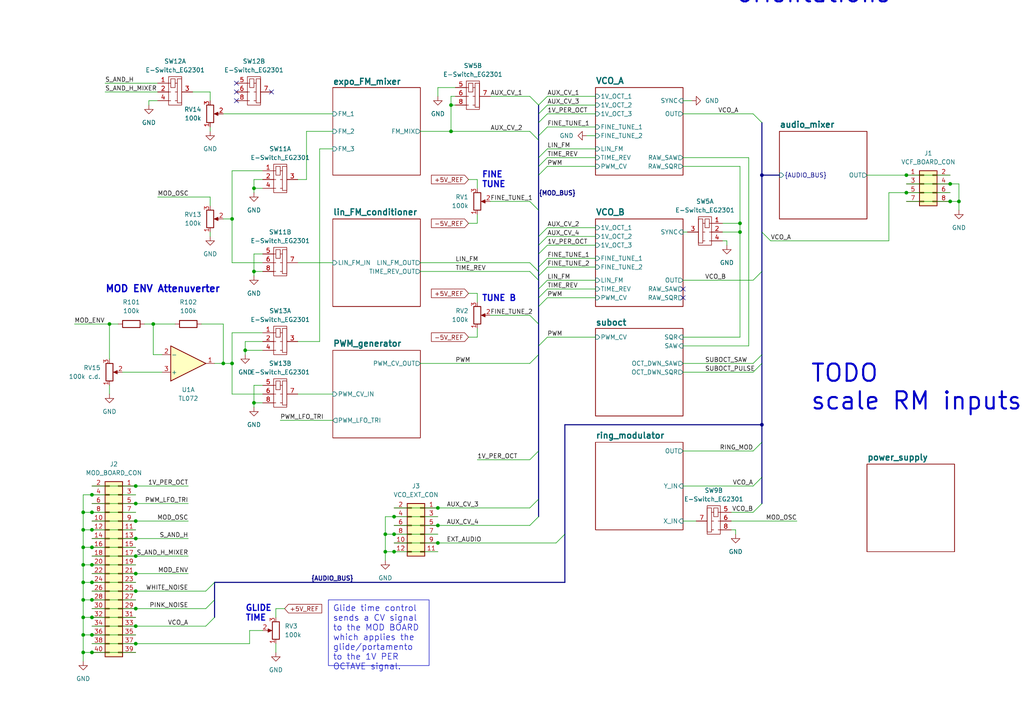
<source format=kicad_sch>
(kicad_sch (version 20230121) (generator eeschema)
  (paper "A4")
  (title_block (title "MICRO-OX Main VCO board") (date "2023-03-27") (rev "0") (comment 2 "creativecommons.org/licenses/by/4.0") (comment 3 "license: CC by 4.0") (comment 4 "Author: Jordan Aceto"))
  (lib_symbols
    (symbol "Amplifier_Operational:TL072" (pin_names (offset 0.127))
      (property "Reference" "U" (at 0 5.08 0))
      (property "Value" "TL072" (at 0 -5.08 0))
      (symbol "TL072_1_1"
        (polyline (pts (xy -5.08 5.08) (xy 5.08 0) (xy -5.08 -5.08) (xy -5.08 5.08)) (stroke (width 0.254)) (fill (type background)))
        (pin output line (at 7.62 0 180) (length 2.54) (name "~") (number "1"))
        (pin input line (at -7.62 -2.54 0) (length 2.54) (name "-") (number "2"))
        (pin input line (at -7.62 2.54 0) (length 2.54) (name "+") (number "3"))
      )
      (symbol "TL072_2_1"
        (polyline (pts (xy -5.08 5.08) (xy 5.08 0) (xy -5.08 -5.08) (xy -5.08 5.08)) (stroke (width 0.254)) (fill (type background)))
        (pin input line (at -7.62 2.54 0) (length 2.54) (name "+") (number "5"))
        (pin input line (at -7.62 -2.54 0) (length 2.54) (name "-") (number "6"))
        (pin output line (at 7.62 0 180) (length 2.54) (name "~") (number "7"))
      )
      (symbol "TL072_3_1"
        (pin power_in line (at -2.54 -7.62 90) (length 3.81) (name "V-") (number "4"))
        (pin power_in line (at -2.54 7.62 270) (length 3.81) (name "V+") (number "8"))
      )
    )
    (symbol "Connector_Generic:Conn_02x04_Odd_Even" (pin_names (offset 1.016) hide)
      (property "Reference" "J" (at 1.27 5.08 0))
      (property "Value" "Conn_02x04_Odd_Even" (at 1.27 -7.62 0))
      (symbol "Conn_02x04_Odd_Even_1_1"
        (rectangle (start -1.27 -4.953) (end 0 -5.207) (stroke (width 0.1524)))
        (rectangle (start -1.27 -2.413) (end 0 -2.667) (stroke (width 0.1524)))
        (rectangle (start -1.27 0.127) (end 0 -0.127) (stroke (width 0.1524)))
        (rectangle (start -1.27 2.667) (end 0 2.413) (stroke (width 0.1524)))
        (rectangle (start -1.27 3.81) (end 3.81 -6.35) (stroke (width 0.254)) (fill (type background)))
        (rectangle (start 3.81 -4.953) (end 2.54 -5.207) (stroke (width 0.1524)))
        (rectangle (start 3.81 -2.413) (end 2.54 -2.667) (stroke (width 0.1524)))
        (rectangle (start 3.81 0.127) (end 2.54 -0.127) (stroke (width 0.1524)))
        (rectangle (start 3.81 2.667) (end 2.54 2.413) (stroke (width 0.1524)))
        (pin passive line (at -5.08 2.54 0) (length 3.81) (name "Pin_1") (number "1"))
        (pin passive line (at 7.62 2.54 180) (length 3.81) (name "Pin_2") (number "2"))
        (pin passive line (at -5.08 0 0) (length 3.81) (name "Pin_3") (number "3"))
        (pin passive line (at 7.62 0 180) (length 3.81) (name "Pin_4") (number "4"))
        (pin passive line (at -5.08 -2.54 0) (length 3.81) (name "Pin_5") (number "5"))
        (pin passive line (at 7.62 -2.54 180) (length 3.81) (name "Pin_6") (number "6"))
        (pin passive line (at -5.08 -5.08 0) (length 3.81) (name "Pin_7") (number "7"))
        (pin passive line (at 7.62 -5.08 180) (length 3.81) (name "Pin_8") (number "8"))
      )
    )
    (symbol "Connector_Generic:Conn_02x06_Odd_Even" (pin_names (offset 1.016) hide)
      (property "Reference" "J" (at 1.27 7.62 0))
      (property "Value" "Conn_02x06_Odd_Even" (at 1.27 -10.16 0))
      (symbol "Conn_02x06_Odd_Even_1_1"
        (rectangle (start -1.27 -7.493) (end 0 -7.747) (stroke (width 0.1524)))
        (rectangle (start -1.27 -4.953) (end 0 -5.207) (stroke (width 0.1524)))
        (rectangle (start -1.27 -2.413) (end 0 -2.667) (stroke (width 0.1524)))
        (rectangle (start -1.27 0.127) (end 0 -0.127) (stroke (width 0.1524)))
        (rectangle (start -1.27 2.667) (end 0 2.413) (stroke (width 0.1524)))
        (rectangle (start -1.27 5.207) (end 0 4.953) (stroke (width 0.1524)))
        (rectangle (start -1.27 6.35) (end 3.81 -8.89) (stroke (width 0.254)) (fill (type background)))
        (rectangle (start 3.81 -7.493) (end 2.54 -7.747) (stroke (width 0.1524)))
        (rectangle (start 3.81 -4.953) (end 2.54 -5.207) (stroke (width 0.1524)))
        (rectangle (start 3.81 -2.413) (end 2.54 -2.667) (stroke (width 0.1524)))
        (rectangle (start 3.81 0.127) (end 2.54 -0.127) (stroke (width 0.1524)))
        (rectangle (start 3.81 2.667) (end 2.54 2.413) (stroke (width 0.1524)))
        (rectangle (start 3.81 5.207) (end 2.54 4.953) (stroke (width 0.1524)))
        (pin passive line (at -5.08 5.08 0) (length 3.81) (name "Pin_1") (number "1"))
        (pin passive line (at 7.62 -5.08 180) (length 3.81) (name "Pin_10") (number "10"))
        (pin passive line (at -5.08 -7.62 0) (length 3.81) (name "Pin_11") (number "11"))
        (pin passive line (at 7.62 -7.62 180) (length 3.81) (name "Pin_12") (number "12"))
        (pin passive line (at 7.62 5.08 180) (length 3.81) (name "Pin_2") (number "2"))
        (pin passive line (at -5.08 2.54 0) (length 3.81) (name "Pin_3") (number "3"))
        (pin passive line (at 7.62 2.54 180) (length 3.81) (name "Pin_4") (number "4"))
        (pin passive line (at -5.08 0 0) (length 3.81) (name "Pin_5") (number "5"))
        (pin passive line (at 7.62 0 180) (length 3.81) (name "Pin_6") (number "6"))
        (pin passive line (at -5.08 -2.54 0) (length 3.81) (name "Pin_7") (number "7"))
        (pin passive line (at 7.62 -2.54 180) (length 3.81) (name "Pin_8") (number "8"))
        (pin passive line (at -5.08 -5.08 0) (length 3.81) (name "Pin_9") (number "9"))
      )
    )
    (symbol "Connector_Generic:Conn_02x20_Odd_Even" (pin_names (offset 1.016) hide)
      (property "Reference" "J" (at 1.27 25.4 0))
      (property "Value" "Conn_02x20_Odd_Even" (at 1.27 -27.94 0))
      (symbol "Conn_02x20_Odd_Even_1_1"
        (rectangle (start -1.27 -25.273) (end 0 -25.527) (stroke (width 0.1524)))
        (rectangle (start -1.27 -22.733) (end 0 -22.987) (stroke (width 0.1524)))
        (rectangle (start -1.27 -20.193) (end 0 -20.447) (stroke (width 0.1524)))
        (rectangle (start -1.27 -17.653) (end 0 -17.907) (stroke (width 0.1524)))
        (rectangle (start -1.27 -15.113) (end 0 -15.367) (stroke (width 0.1524)))
        (rectangle (start -1.27 -12.573) (end 0 -12.827) (stroke (width 0.1524)))
        (rectangle (start -1.27 -10.033) (end 0 -10.287) (stroke (width 0.1524)))
        (rectangle (start -1.27 -7.493) (end 0 -7.747) (stroke (width 0.1524)))
        (rectangle (start -1.27 -4.953) (end 0 -5.207) (stroke (width 0.1524)))
        (rectangle (start -1.27 -2.413) (end 0 -2.667) (stroke (width 0.1524)))
        (rectangle (start -1.27 0.127) (end 0 -0.127) (stroke (width 0.1524)))
        (rectangle (start -1.27 2.667) (end 0 2.413) (stroke (width 0.1524)))
        (rectangle (start -1.27 5.207) (end 0 4.953) (stroke (width 0.1524)))
        (rectangle (start -1.27 7.747) (end 0 7.493) (stroke (width 0.1524)))
        (rectangle (start -1.27 10.287) (end 0 10.033) (stroke (width 0.1524)))
        (rectangle (start -1.27 12.827) (end 0 12.573) (stroke (width 0.1524)))
        (rectangle (start -1.27 15.367) (end 0 15.113) (stroke (width 0.1524)))
        (rectangle (start -1.27 17.907) (end 0 17.653) (stroke (width 0.1524)))
        (rectangle (start -1.27 20.447) (end 0 20.193) (stroke (width 0.1524)))
        (rectangle (start -1.27 22.987) (end 0 22.733) (stroke (width 0.1524)))
        (rectangle (start -1.27 24.13) (end 3.81 -26.67) (stroke (width 0.254)) (fill (type background)))
        (rectangle (start 3.81 -25.273) (end 2.54 -25.527) (stroke (width 0.1524)))
        (rectangle (start 3.81 -22.733) (end 2.54 -22.987) (stroke (width 0.1524)))
        (rectangle (start 3.81 -20.193) (end 2.54 -20.447) (stroke (width 0.1524)))
        (rectangle (start 3.81 -17.653) (end 2.54 -17.907) (stroke (width 0.1524)))
        (rectangle (start 3.81 -15.113) (end 2.54 -15.367) (stroke (width 0.1524)))
        (rectangle (start 3.81 -12.573) (end 2.54 -12.827) (stroke (width 0.1524)))
        (rectangle (start 3.81 -10.033) (end 2.54 -10.287) (stroke (width 0.1524)))
        (rectangle (start 3.81 -7.493) (end 2.54 -7.747) (stroke (width 0.1524)))
        (rectangle (start 3.81 -4.953) (end 2.54 -5.207) (stroke (width 0.1524)))
        (rectangle (start 3.81 -2.413) (end 2.54 -2.667) (stroke (width 0.1524)))
        (rectangle (start 3.81 0.127) (end 2.54 -0.127) (stroke (width 0.1524)))
        (rectangle (start 3.81 2.667) (end 2.54 2.413) (stroke (width 0.1524)))
        (rectangle (start 3.81 5.207) (end 2.54 4.953) (stroke (width 0.1524)))
        (rectangle (start 3.81 7.747) (end 2.54 7.493) (stroke (width 0.1524)))
        (rectangle (start 3.81 10.287) (end 2.54 10.033) (stroke (width 0.1524)))
        (rectangle (start 3.81 12.827) (end 2.54 12.573) (stroke (width 0.1524)))
        (rectangle (start 3.81 15.367) (end 2.54 15.113) (stroke (width 0.1524)))
        (rectangle (start 3.81 17.907) (end 2.54 17.653) (stroke (width 0.1524)))
        (rectangle (start 3.81 20.447) (end 2.54 20.193) (stroke (width 0.1524)))
        (rectangle (start 3.81 22.987) (end 2.54 22.733) (stroke (width 0.1524)))
        (pin passive line (at -5.08 22.86 0) (length 3.81) (name "Pin_1") (number "1"))
        (pin passive line (at 7.62 12.7 180) (length 3.81) (name "Pin_10") (number "10"))
        (pin passive line (at -5.08 10.16 0) (length 3.81) (name "Pin_11") (number "11"))
        (pin passive line (at 7.62 10.16 180) (length 3.81) (name "Pin_12") (number "12"))
        (pin passive line (at -5.08 7.62 0) (length 3.81) (name "Pin_13") (number "13"))
        (pin passive line (at 7.62 7.62 180) (length 3.81) (name "Pin_14") (number "14"))
        (pin passive line (at -5.08 5.08 0) (length 3.81) (name "Pin_15") (number "15"))
        (pin passive line (at 7.62 5.08 180) (length 3.81) (name "Pin_16") (number "16"))
        (pin passive line (at -5.08 2.54 0) (length 3.81) (name "Pin_17") (number "17"))
        (pin passive line (at 7.62 2.54 180) (length 3.81) (name "Pin_18") (number "18"))
        (pin passive line (at -5.08 0 0) (length 3.81) (name "Pin_19") (number "19"))
        (pin passive line (at 7.62 22.86 180) (length 3.81) (name "Pin_2") (number "2"))
        (pin passive line (at 7.62 0 180) (length 3.81) (name "Pin_20") (number "20"))
        (pin passive line (at -5.08 -2.54 0) (length 3.81) (name "Pin_21") (number "21"))
        (pin passive line (at 7.62 -2.54 180) (length 3.81) (name "Pin_22") (number "22"))
        (pin passive line (at -5.08 -5.08 0) (length 3.81) (name "Pin_23") (number "23"))
        (pin passive line (at 7.62 -5.08 180) (length 3.81) (name "Pin_24") (number "24"))
        (pin passive line (at -5.08 -7.62 0) (length 3.81) (name "Pin_25") (number "25"))
        (pin passive line (at 7.62 -7.62 180) (length 3.81) (name "Pin_26") (number "26"))
        (pin passive line (at -5.08 -10.16 0) (length 3.81) (name "Pin_27") (number "27"))
        (pin passive line (at 7.62 -10.16 180) (length 3.81) (name "Pin_28") (number "28"))
        (pin passive line (at -5.08 -12.7 0) (length 3.81) (name "Pin_29") (number "29"))
        (pin passive line (at -5.08 20.32 0) (length 3.81) (name "Pin_3") (number "3"))
        (pin passive line (at 7.62 -12.7 180) (length 3.81) (name "Pin_30") (number "30"))
        (pin passive line (at -5.08 -15.24 0) (length 3.81) (name "Pin_31") (number "31"))
        (pin passive line (at 7.62 -15.24 180) (length 3.81) (name "Pin_32") (number "32"))
        (pin passive line (at -5.08 -17.78 0) (length 3.81) (name "Pin_33") (number "33"))
        (pin passive line (at 7.62 -17.78 180) (length 3.81) (name "Pin_34") (number "34"))
        (pin passive line (at -5.08 -20.32 0) (length 3.81) (name "Pin_35") (number "35"))
        (pin passive line (at 7.62 -20.32 180) (length 3.81) (name "Pin_36") (number "36"))
        (pin passive line (at -5.08 -22.86 0) (length 3.81) (name "Pin_37") (number "37"))
        (pin passive line (at 7.62 -22.86 180) (length 3.81) (name "Pin_38") (number "38"))
        (pin passive line (at -5.08 -25.4 0) (length 3.81) (name "Pin_39") (number "39"))
        (pin passive line (at 7.62 20.32 180) (length 3.81) (name "Pin_4") (number "4"))
        (pin passive line (at 7.62 -25.4 180) (length 3.81) (name "Pin_40") (number "40"))
        (pin passive line (at -5.08 17.78 0) (length 3.81) (name "Pin_5") (number "5"))
        (pin passive line (at 7.62 17.78 180) (length 3.81) (name "Pin_6") (number "6"))
        (pin passive line (at -5.08 15.24 0) (length 3.81) (name "Pin_7") (number "7"))
        (pin passive line (at 7.62 15.24 180) (length 3.81) (name "Pin_8") (number "8"))
        (pin passive line (at -5.08 12.7 0) (length 3.81) (name "Pin_9") (number "9"))
      )
    )
    (symbol "Device:R" (pin_numbers hide) (pin_names (offset 0))
      (property "Reference" "R" (at 2.032 0 90))
      (property "Value" "R" (at 0 0 90))
      (symbol "R_0_1"
        (rectangle (start -1.016 -2.54) (end 1.016 2.54) (stroke (width 0.254)))
      )
      (symbol "R_1_1"
        (pin passive line (at 0 3.81 270) (length 1.27) (name "~") (number "1"))
        (pin passive line (at 0 -3.81 90) (length 1.27) (name "~") (number "2"))
      )
    )
    (symbol "Device:R_Potentiometer" (pin_names (offset 1.016) hide)
      (property "Reference" "RV" (at -4.445 0 90))
      (property "Value" "R_Potentiometer" (at -2.54 0 90))
      (symbol "R_Potentiometer_0_1"
        (polyline (pts (xy 2.54 0) (xy 1.524 0)))
        (polyline (pts (xy 1.143 0) (xy 2.286 0.508) (xy 2.286 -0.508) (xy 1.143 0)) (fill (type outline)))
        (rectangle (start 1.016 2.54) (end -1.016 -2.54) (stroke (width 0.254)))
      )
      (symbol "R_Potentiometer_1_1"
        (pin passive line (at 0 3.81 270) (length 1.27) (name "1") (number "1"))
        (pin passive line (at 3.81 0 180) (length 1.27) (name "2") (number "2"))
        (pin passive line (at 0 -3.81 90) (length 1.27) (name "3") (number "3"))
      )
    )
    (symbol "custom_symbols:E-Switch_EG2301" (pin_names (offset 1.016) hide)
      (property "Reference" "SW?" (at 0 7.62 0))
      (property "Value" "E-Switch_EG2301" (at 0 5.715 0))
      (symbol "E-Switch_EG2301_0_1"
        (rectangle (start -1.905 3.81) (end -0.635 -3.175))
        (rectangle (start -1.905 4.445) (end 1.905 -3.81))
        (polyline (pts (xy -0.635 -2.54) (xy 0 -2.54)))
        (polyline (pts (xy -0.635 0) (xy 0 0)))
        (polyline (pts (xy -0.635 2.54) (xy 0 2.54)))
        (polyline (pts (xy 1.27 -2.54) (xy 1.905 -2.54)))
        (polyline (pts (xy 1.27 0) (xy 1.905 0)))
        (polyline (pts (xy 1.27 2.54) (xy 1.905 2.54) (xy 1.27 2.54)))
        (rectangle (start 0 3.81) (end 1.27 1.27))
      )
      (symbol "E-Switch_EG2301_1_1"
        (pin passive line (at 5.08 2.54 180) (length 3.175) (name "1") (number "1"))
        (pin passive line (at 5.08 0 180) (length 3.175) (name "2") (number "2"))
        (pin passive line (at -5.08 0 0) (length 3.175) (name "3") (number "3"))
        (pin passive line (at 5.08 -2.54 180) (length 3.175) (name "4") (number "4"))
      )
      (symbol "E-Switch_EG2301_2_1"
        (pin passive line (at 5.08 2.54 180) (length 3.175) (name "5") (number "5"))
        (pin passive line (at 5.08 0 180) (length 3.175) (name "6") (number "6"))
        (pin passive line (at -5.08 0 0) (length 3.175) (name "7") (number "7"))
        (pin passive line (at 5.08 -2.54 180) (length 3.175) (name "8") (number "8"))
      )
    )
    (symbol "power:GND" (power) (pin_names (offset 0))
      (property "Value" "GND" (at 0 -3.81 0))
      (symbol "GND_0_1"
        (polyline (pts (xy 0 0) (xy 0 -1.27) (xy 1.27 -1.27) (xy 0 -2.54) (xy -1.27 -1.27) (xy 0 -1.27)))
      )
      (symbol "GND_1_1"
        (pin power_in line (at 0 0 270) (length 0) hide (name "GND") (number "1"))
      )
    )
  )
  (bus_alias "AUDIO_BUS" (members "VCO_A" "VCO_B" "SUBOCT_SAW" "RING_MOD" "WHITE_NOISE" "EXT_AUDIO" "SUBOCT_PULSE" "PINK_NOISE" ""))
  (bus_alias "MOD_BUS" (members "1V_PER_OCT" "LIN_FM" "TIME_REV" "PWM" "AUX_CV_1" "AUX_CV_2" "AUX_CV_3" "AUX_CV_4" "FINE_TUNE_1" "FINE_TUNE_2"))
  (junction (at 262.89 55.88))
  (junction (at 39.37 156.21))
  (junction (at 275.59 58.42))
  (junction (at 111.76 154.94))
  (junction (at 39.37 151.13))
  (junction (at 24.13 153.67))
  (junction (at 26.67 163.83))
  (junction (at 127 152.4))
  (junction (at 39.37 140.97))
  (junction (at 220.98 50.8))
  (junction (at 26.67 173.99))
  (junction (at 111.76 160.02))
  (junction (at 39.37 181.61))
  (junction (at 262.89 50.8))
  (junction (at 214.63 64.77))
  (junction (at 73.66 116.84))
  (junction (at 114.3 154.94))
  (junction (at 24.13 173.99))
  (junction (at 114.3 149.86))
  (junction (at 39.37 166.37))
  (junction (at 39.37 176.53))
  (junction (at 26.67 184.15))
  (junction (at 26.67 189.23))
  (junction (at 275.59 53.34))
  (junction (at 64.77 105.41))
  (junction (at 26.67 148.59))
  (junction (at 24.13 168.91))
  (junction (at 67.31 63.5))
  (junction (at 26.67 179.07))
  (junction (at 24.13 158.75))
  (junction (at 127 157.48))
  (junction (at 127 147.32))
  (junction (at 39.37 186.69))
  (junction (at 220.98 123.19))
  (junction (at 130.81 30.48))
  (junction (at 44.45 93.98))
  (junction (at 24.13 184.15))
  (junction (at 24.13 163.83))
  (junction (at 39.37 161.29))
  (junction (at 26.67 143.51))
  (junction (at 24.13 148.59))
  (junction (at 67.31 105.41))
  (junction (at 278.13 58.42))
  (junction (at 39.37 171.45))
  (junction (at 26.67 153.67))
  (junction (at 130.81 38.1))
  (junction (at 26.67 168.91))
  (junction (at 24.13 179.07))
  (junction (at 31.75 93.98))
  (junction (at 71.12 101.6))
  (junction (at 73.66 54.61))
  (junction (at 214.63 67.31))
  (junction (at 26.67 158.75))
  (junction (at 73.66 78.74))
  (junction (at 39.37 146.05))
  (junction (at 114.3 160.02))
  (junction (at 24.13 189.23))
  (no_connect (at 198.12 86.36))
  (no_connect (at 198.12 83.82))
  (no_connect (at 68.58 24.13))
  (no_connect (at 68.58 26.67))
  (no_connect (at 78.74 26.67))
  (no_connect (at 68.58 29.21))
  (bus_entry (at 156.21 78.74) (size -2.54 -2.54))
  (bus_entry (at 156.21 80.01) (size 2.54 -2.54))
  (bus_entry (at 163.83 154.94) (size -2.54 2.54))
  (bus_entry (at 220.98 35.56) (size -2.54 -2.54))
  (bus_entry (at 156.21 102.87) (size -2.54 2.54))
  (bus_entry (at 62.23 168.91) (size -2.54 2.54))
  (bus_entry (at 156.21 30.48) (size 2.54 -2.54))
  (bus_entry (at 156.21 48.26) (size 2.54 -2.54))
  (bus_entry (at 156.21 86.36) (size 2.54 -2.54))
  (bus_entry (at 156.21 35.56) (size 2.54 -2.54))
  (bus_entry (at 156.21 45.72) (size 2.54 -2.54))
  (bus_entry (at 156.21 83.82) (size 2.54 -2.54))
  (bus_entry (at 156.21 100.33) (size 2.54 -2.54))
  (bus_entry (at 156.21 130.81) (size -2.54 2.54))
  (bus_entry (at 156.21 40.64) (size -2.54 -2.54))
  (bus_entry (at 156.21 88.9) (size 2.54 -2.54))
  (bus_entry (at 156.21 60.96) (size -2.54 -2.54))
  (bus_entry (at 156.21 68.58) (size 2.54 -2.54))
  (bus_entry (at 156.21 33.02) (size 2.54 -2.54))
  (bus_entry (at 220.98 128.27) (size -2.54 2.54))
  (bus_entry (at 220.98 146.05) (size -2.54 2.54))
  (bus_entry (at 62.23 173.99) (size -2.54 2.54))
  (bus_entry (at 156.21 30.48) (size -2.54 -2.54))
  (bus_entry (at 156.21 71.12) (size 2.54 -2.54))
  (bus_entry (at 156.21 93.98) (size -2.54 -2.54))
  (bus_entry (at 156.21 149.86) (size -2.54 2.54))
  (bus_entry (at 220.98 102.87) (size -2.54 2.54))
  (bus_entry (at 156.21 73.66) (size 2.54 -2.54))
  (bus_entry (at 220.98 78.74) (size -2.54 2.54))
  (bus_entry (at 62.23 179.07) (size -2.54 2.54))
  (bus_entry (at 220.98 105.41) (size -2.54 2.54))
  (bus_entry (at 156.21 50.8) (size 2.54 -2.54))
  (bus_entry (at 156.21 81.28) (size -2.54 -2.54))
  (bus_entry (at 223.52 69.85) (size -2.54 -2.54))
  (bus_entry (at 220.98 138.43) (size -2.54 2.54))
  (bus_entry (at 156.21 144.78) (size -2.54 2.54))
  (bus_entry (at 156.21 39.37) (size 2.54 -2.54))
  (bus_entry (at 156.21 77.47) (size 2.54 -2.54))
  (wire (pts (xy 257.81 55.88) (xy 262.89 55.88)))
  (wire (pts (xy 39.37 140.97) (xy 54.61 140.97)))
  (wire (pts (xy 39.37 148.59) (xy 26.67 148.59)))
  (wire (pts (xy 198.12 97.79) (xy 214.63 97.79)))
  (wire (pts (xy 45.72 57.15) (xy 60.96 57.15)))
  (wire (pts (xy 214.63 64.77) (xy 214.63 48.26)))
  (wire (pts (xy 135.89 52.07) (xy 138.43 52.07)))
  (wire (pts (xy 278.13 58.42) (xy 278.13 60.96)))
  (wire (pts (xy 158.75 27.94) (xy 172.72 27.94)))
  (bus (pts (xy 156.21 86.36) (xy 156.21 88.9)))
  (wire (pts (xy 72.39 182.88) (xy 76.2 182.88)))
  (wire (pts (xy 39.37 186.69) (xy 26.67 186.69)))
  (wire (pts (xy 60.96 36.83) (xy 60.96 38.1)))
  (wire (pts (xy 130.81 30.48) (xy 130.81 38.1)))
  (wire (pts (xy 67.31 49.53) (xy 67.31 63.5)))
  (wire (pts (xy 64.77 33.02) (xy 96.52 33.02)))
  (wire (pts (xy 127 25.4) (xy 132.08 25.4)))
  (wire (pts (xy 73.66 78.74) (xy 76.2 78.74)))
  (wire (pts (xy 26.67 143.51) (xy 24.13 143.51)))
  (bus (pts (xy 220.98 128.27) (xy 220.98 138.43)))
  (bus (pts (xy 156.21 48.26) (xy 156.21 50.8)))
  (bus (pts (xy 156.21 80.01) (xy 156.21 81.28)))
  (wire (pts (xy 111.76 154.94) (xy 111.76 160.02)))
  (wire (pts (xy 71.12 101.6) (xy 71.12 102.87)))
  (wire (pts (xy 44.45 93.98) (xy 50.8 93.98)))
  (bus (pts (xy 220.98 35.56) (xy 220.98 50.8)))
  (wire (pts (xy 158.75 83.82) (xy 172.72 83.82)))
  (bus (pts (xy 156.21 73.66) (xy 156.21 77.47)))
  (wire (pts (xy 73.66 54.61) (xy 76.2 54.61)))
  (wire (pts (xy 24.13 173.99) (xy 24.13 179.07)))
  (wire (pts (xy 39.37 173.99) (xy 26.67 173.99)))
  (wire (pts (xy 111.76 160.02) (xy 111.76 162.56)))
  (wire (pts (xy 73.66 54.61) (xy 73.66 52.07)))
  (wire (pts (xy 251.46 50.8) (xy 262.89 50.8)))
  (wire (pts (xy 278.13 58.42) (xy 278.13 53.34)))
  (wire (pts (xy 60.96 29.21) (xy 60.96 26.67)))
  (bus (pts (xy 220.98 123.19) (xy 220.98 128.27)))
  (wire (pts (xy 130.81 38.1) (xy 153.67 38.1)))
  (wire (pts (xy 60.96 26.67) (xy 55.88 26.67)))
  (wire (pts (xy 71.12 101.6) (xy 71.12 99.06)))
  (wire (pts (xy 127 157.48) (xy 114.3 157.48)))
  (wire (pts (xy 142.24 58.42) (xy 153.67 58.42)))
  (wire (pts (xy 158.75 86.36) (xy 172.72 86.36)))
  (bus (pts (xy 156.21 144.78) (xy 156.21 149.86)))
  (wire (pts (xy 39.37 176.53) (xy 59.69 176.53)))
  (wire (pts (xy 24.13 148.59) (xy 26.67 148.59)))
  (wire (pts (xy 39.37 151.13) (xy 26.67 151.13)))
  (wire (pts (xy 114.3 154.94) (xy 111.76 154.94)))
  (wire (pts (xy 214.63 67.31) (xy 214.63 64.77)))
  (wire (pts (xy 43.18 29.21) (xy 43.18 30.48)))
  (wire (pts (xy 67.31 96.52) (xy 67.31 105.41)))
  (wire (pts (xy 54.61 151.13) (xy 39.37 151.13)))
  (wire (pts (xy 39.37 140.97) (xy 26.67 140.97)))
  (bus (pts (xy 156.21 130.81) (xy 156.21 144.78)))
  (bus (pts (xy 156.21 39.37) (xy 156.21 40.64)))
  (wire (pts (xy 213.36 153.67) (xy 212.09 153.67)))
  (wire (pts (xy 67.31 105.41) (xy 67.31 114.3)))
  (wire (pts (xy 214.63 97.79) (xy 214.63 67.31)))
  (bus (pts (xy 156.21 100.33) (xy 156.21 102.87)))
  (wire (pts (xy 24.13 173.99) (xy 26.67 173.99)))
  (wire (pts (xy 24.13 163.83) (xy 24.13 168.91)))
  (wire (pts (xy 80.01 189.23) (xy 80.01 186.69)))
  (wire (pts (xy 138.43 64.77) (xy 138.43 62.23)))
  (bus (pts (xy 156.21 93.98) (xy 156.21 100.33)))
  (bus (pts (xy 220.98 50.8) (xy 220.98 67.31)))
  (bus (pts (xy 156.21 83.82) (xy 156.21 86.36)))
  (bus (pts (xy 156.21 71.12) (xy 156.21 73.66)))
  (wire (pts (xy 73.66 73.66) (xy 73.66 78.74)))
  (bus (pts (xy 163.83 123.19) (xy 163.83 154.94)))
  (wire (pts (xy 158.75 36.83) (xy 172.72 36.83)))
  (wire (pts (xy 158.75 81.28) (xy 172.72 81.28)))
  (wire (pts (xy 24.13 153.67) (xy 24.13 158.75)))
  (bus (pts (xy 156.21 50.8) (xy 156.21 60.96)))
  (wire (pts (xy 127 147.32) (xy 114.3 147.32)))
  (wire (pts (xy 201.93 151.13) (xy 198.12 151.13)))
  (wire (pts (xy 198.12 107.95) (xy 218.44 107.95)))
  (wire (pts (xy 158.75 68.58) (xy 172.72 68.58)))
  (wire (pts (xy 81.28 121.92) (xy 96.52 121.92)))
  (wire (pts (xy 86.36 76.2) (xy 96.52 76.2)))
  (wire (pts (xy 135.89 97.79) (xy 138.43 97.79)))
  (wire (pts (xy 138.43 97.79) (xy 138.43 95.25)))
  (wire (pts (xy 170.18 39.37) (xy 172.72 39.37)))
  (wire (pts (xy 71.12 99.06) (xy 76.2 99.06)))
  (wire (pts (xy 43.18 29.21) (xy 45.72 29.21)))
  (wire (pts (xy 158.75 48.26) (xy 172.72 48.26)))
  (bus (pts (xy 156.21 30.48) (xy 156.21 33.02)))
  (wire (pts (xy 39.37 163.83) (xy 26.67 163.83)))
  (bus (pts (xy 156.21 45.72) (xy 156.21 48.26)))
  (wire (pts (xy 39.37 181.61) (xy 59.69 181.61)))
  (wire (pts (xy 127 27.94) (xy 127 25.4)))
  (wire (pts (xy 31.75 111.76) (xy 31.75 114.3)))
  (wire (pts (xy 39.37 166.37) (xy 26.67 166.37)))
  (wire (pts (xy 158.75 97.79) (xy 172.72 97.79)))
  (wire (pts (xy 213.36 154.94) (xy 213.36 153.67)))
  (wire (pts (xy 67.31 63.5) (xy 67.31 76.2)))
  (bus (pts (xy 156.21 77.47) (xy 156.21 78.74)))
  (wire (pts (xy 257.81 55.88) (xy 257.81 69.85)))
  (wire (pts (xy 39.37 156.21) (xy 26.67 156.21)))
  (wire (pts (xy 138.43 52.07) (xy 138.43 54.61)))
  (wire (pts (xy 86.36 114.3) (xy 96.52 114.3)))
  (wire (pts (xy 127 160.02) (xy 114.3 160.02)))
  (wire (pts (xy 39.37 184.15) (xy 26.67 184.15)))
  (wire (pts (xy 35.56 107.95) (xy 46.99 107.95)))
  (wire (pts (xy 121.92 38.1) (xy 130.81 38.1)))
  (wire (pts (xy 217.17 45.72) (xy 198.12 45.72)))
  (wire (pts (xy 223.52 69.85) (xy 257.81 69.85)))
  (wire (pts (xy 158.75 33.02) (xy 172.72 33.02)))
  (wire (pts (xy 132.08 30.48) (xy 130.81 30.48)))
  (wire (pts (xy 262.89 50.8) (xy 275.59 50.8)))
  (wire (pts (xy 24.13 189.23) (xy 26.67 189.23)))
  (wire (pts (xy 71.12 101.6) (xy 76.2 101.6)))
  (wire (pts (xy 210.82 69.85) (xy 209.55 69.85)))
  (bus (pts (xy 220.98 50.8) (xy 226.06 50.8)))
  (wire (pts (xy 88.9 38.1) (xy 88.9 52.07)))
  (wire (pts (xy 73.66 111.76) (xy 76.2 111.76)))
  (wire (pts (xy 39.37 153.67) (xy 26.67 153.67)))
  (wire (pts (xy 24.13 179.07) (xy 24.13 184.15)))
  (bus (pts (xy 220.98 67.31) (xy 220.98 78.74)))
  (wire (pts (xy 127 154.94) (xy 114.3 154.94)))
  (wire (pts (xy 44.45 102.87) (xy 44.45 93.98)))
  (wire (pts (xy 31.75 93.98) (xy 34.29 93.98)))
  (wire (pts (xy 198.12 100.33) (xy 217.17 100.33)))
  (wire (pts (xy 24.13 168.91) (xy 26.67 168.91)))
  (wire (pts (xy 198.12 130.81) (xy 218.44 130.81)))
  (wire (pts (xy 73.66 116.84) (xy 73.66 118.11)))
  (wire (pts (xy 46.99 102.87) (xy 44.45 102.87)))
  (wire (pts (xy 39.37 186.69) (xy 72.39 186.69)))
  (wire (pts (xy 64.77 105.41) (xy 64.77 93.98)))
  (wire (pts (xy 278.13 53.34) (xy 275.59 53.34)))
  (wire (pts (xy 76.2 96.52) (xy 67.31 96.52)))
  (wire (pts (xy 127 149.86) (xy 114.3 149.86)))
  (wire (pts (xy 54.61 166.37) (xy 39.37 166.37)))
  (wire (pts (xy 209.55 64.77) (xy 214.63 64.77)))
  (wire (pts (xy 39.37 171.45) (xy 26.67 171.45)))
  (wire (pts (xy 24.13 143.51) (xy 24.13 148.59)))
  (wire (pts (xy 39.37 168.91) (xy 26.67 168.91)))
  (bus (pts (xy 156.21 40.64) (xy 156.21 45.72)))
  (bus (pts (xy 156.21 88.9) (xy 156.21 93.98)))
  (wire (pts (xy 135.89 85.09) (xy 138.43 85.09)))
  (wire (pts (xy 262.89 58.42) (xy 275.59 58.42)))
  (wire (pts (xy 127 152.4) (xy 114.3 152.4)))
  (wire (pts (xy 39.37 171.45) (xy 59.69 171.45)))
  (bus (pts (xy 156.21 33.02) (xy 156.21 35.56)))
  (wire (pts (xy 24.13 148.59) (xy 24.13 153.67)))
  (wire (pts (xy 39.37 146.05) (xy 26.67 146.05)))
  (wire (pts (xy 54.61 156.21) (xy 39.37 156.21)))
  (wire (pts (xy 200.66 29.21) (xy 198.12 29.21)))
  (wire (pts (xy 127 152.4) (xy 153.67 152.4)))
  (wire (pts (xy 39.37 143.51) (xy 26.67 143.51)))
  (wire (pts (xy 88.9 52.07) (xy 86.36 52.07)))
  (wire (pts (xy 121.92 78.74) (xy 153.67 78.74)))
  (wire (pts (xy 24.13 153.67) (xy 26.67 153.67)))
  (bus (pts (xy 156.21 60.96) (xy 156.21 68.58)))
  (wire (pts (xy 142.24 27.94) (xy 153.67 27.94)))
  (bus (pts (xy 163.83 154.94) (xy 163.83 168.91)))
  (wire (pts (xy 30.48 24.13) (xy 45.72 24.13)))
  (wire (pts (xy 24.13 158.75) (xy 24.13 163.83)))
  (bus (pts (xy 156.21 68.58) (xy 156.21 71.12)))
  (wire (pts (xy 39.37 189.23) (xy 26.67 189.23)))
  (wire (pts (xy 76.2 114.3) (xy 67.31 114.3)))
  (wire (pts (xy 127 147.32) (xy 153.67 147.32)))
  (wire (pts (xy 88.9 38.1) (xy 96.52 38.1)))
  (bus (pts (xy 156.21 35.56) (xy 156.21 39.37)))
  (wire (pts (xy 73.66 111.76) (xy 73.66 116.84)))
  (wire (pts (xy 60.96 67.31) (xy 60.96 68.58)))
  (wire (pts (xy 138.43 133.35) (xy 153.67 133.35)))
  (wire (pts (xy 24.13 179.07) (xy 26.67 179.07)))
  (wire (pts (xy 73.66 78.74) (xy 73.66 80.01)))
  (wire (pts (xy 111.76 160.02) (xy 114.3 160.02)))
  (bus (pts (xy 163.83 168.91) (xy 62.23 168.91)))
  (wire (pts (xy 60.96 57.15) (xy 60.96 59.69)))
  (wire (pts (xy 130.81 27.94) (xy 132.08 27.94)))
  (bus (pts (xy 220.98 138.43) (xy 220.98 146.05)))
  (wire (pts (xy 217.17 100.33) (xy 217.17 45.72)))
  (wire (pts (xy 76.2 76.2) (xy 67.31 76.2)))
  (wire (pts (xy 210.82 71.12) (xy 210.82 69.85)))
  (wire (pts (xy 39.37 176.53) (xy 26.67 176.53)))
  (wire (pts (xy 111.76 149.86) (xy 111.76 154.94)))
  (wire (pts (xy 39.37 161.29) (xy 26.67 161.29)))
  (wire (pts (xy 24.13 184.15) (xy 26.67 184.15)))
  (wire (pts (xy 24.13 163.83) (xy 26.67 163.83)))
  (wire (pts (xy 72.39 186.69) (xy 72.39 182.88)))
  (bus (pts (xy 156.21 81.28) (xy 156.21 83.82)))
  (wire (pts (xy 262.89 53.34) (xy 275.59 53.34)))
  (wire (pts (xy 73.66 52.07) (xy 76.2 52.07)))
  (wire (pts (xy 73.66 116.84) (xy 76.2 116.84)))
  (wire (pts (xy 76.2 73.66) (xy 73.66 73.66)))
  (wire (pts (xy 76.2 49.53) (xy 67.31 49.53)))
  (wire (pts (xy 39.37 179.07) (xy 26.67 179.07)))
  (wire (pts (xy 121.92 105.41) (xy 153.67 105.41)))
  (wire (pts (xy 135.89 64.77) (xy 138.43 64.77)))
  (wire (pts (xy 64.77 105.41) (xy 67.31 105.41)))
  (wire (pts (xy 39.37 181.61) (xy 26.67 181.61)))
  (bus (pts (xy 220.98 105.41) (xy 220.98 123.19)))
  (wire (pts (xy 231.14 151.13) (xy 212.09 151.13)))
  (wire (pts (xy 92.71 43.18) (xy 92.71 99.06)))
  (bus (pts (xy 220.98 78.74) (xy 220.98 102.87)))
  (wire (pts (xy 64.77 93.98) (xy 58.42 93.98)))
  (wire (pts (xy 158.75 43.18) (xy 172.72 43.18)))
  (bus (pts (xy 156.21 102.87) (xy 156.21 130.81)))
  (wire (pts (xy 24.13 189.23) (xy 24.13 191.77)))
  (wire (pts (xy 158.75 30.48) (xy 172.72 30.48)))
  (wire (pts (xy 41.91 93.98) (xy 44.45 93.98)))
  (wire (pts (xy 92.71 99.06) (xy 86.36 99.06)))
  (bus (pts (xy 62.23 168.91) (xy 62.23 173.99)))
  (wire (pts (xy 158.75 45.72) (xy 172.72 45.72)))
  (wire (pts (xy 54.61 161.29) (xy 39.37 161.29)))
  (wire (pts (xy 212.09 148.59) (xy 218.44 148.59)))
  (wire (pts (xy 73.66 54.61) (xy 73.66 55.88)))
  (wire (pts (xy 198.12 67.31) (xy 199.39 67.31)))
  (wire (pts (xy 158.75 74.93) (xy 172.72 74.93)))
  (wire (pts (xy 198.12 33.02) (xy 218.44 33.02)))
  (wire (pts (xy 158.75 71.12) (xy 172.72 71.12)))
  (wire (pts (xy 209.55 67.31) (xy 214.63 67.31)))
  (wire (pts (xy 24.13 158.75) (xy 26.67 158.75)))
  (wire (pts (xy 262.89 55.88) (xy 275.59 55.88)))
  (wire (pts (xy 158.75 66.04) (xy 172.72 66.04)))
  (wire (pts (xy 82.55 176.53) (xy 80.01 176.53)))
  (wire (pts (xy 198.12 81.28) (xy 218.44 81.28)))
  (wire (pts (xy 158.75 77.47) (xy 172.72 77.47)))
  (wire (pts (xy 64.77 63.5) (xy 67.31 63.5)))
  (wire (pts (xy 275.59 58.42) (xy 278.13 58.42)))
  (wire (pts (xy 214.63 48.26) (xy 198.12 48.26)))
  (wire (pts (xy 127 157.48) (xy 161.29 157.48)))
  (bus (pts (xy 62.23 173.99) (xy 62.23 179.07)))
  (wire (pts (xy 121.92 76.2) (xy 153.67 76.2)))
  (wire (pts (xy 30.48 26.67) (xy 45.72 26.67)))
  (wire (pts (xy 21.59 93.98) (xy 31.75 93.98)))
  (wire (pts (xy 114.3 149.86) (xy 111.76 149.86)))
  (wire (pts (xy 24.13 184.15) (xy 24.13 189.23)))
  (wire (pts (xy 80.01 176.53) (xy 80.01 179.07)))
  (wire (pts (xy 24.13 168.91) (xy 24.13 173.99)))
  (wire (pts (xy 62.23 105.41) (xy 64.77 105.41)))
  (bus (pts (xy 220.98 123.19) (xy 163.83 123.19)))
  (bus (pts (xy 156.21 78.74) (xy 156.21 80.01)))
  (wire (pts (xy 138.43 85.09) (xy 138.43 87.63)))
  (wire (pts (xy 31.75 104.14) (xy 31.75 93.98)))
  (wire (pts (xy 39.37 158.75) (xy 26.67 158.75)))
  (bus (pts (xy 220.98 102.87) (xy 220.98 105.41)))
  (wire (pts (xy 198.12 105.41) (xy 218.44 105.41)))
  (wire (pts (xy 39.37 146.05) (xy 54.61 146.05)))
  (wire (pts (xy 142.24 91.44) (xy 153.67 91.44)))
  (wire (pts (xy 198.12 140.97) (xy 218.44 140.97)))
  (wire (pts (xy 130.81 30.48) (xy 130.81 27.94)))
  (wire (pts (xy 92.71 43.18) (xy 96.52 43.18)))
  (text_box "Glide time control sends a CV signal to the MOD BOARD which applies the glide/portamento to the 1V PER OCTAVE signal." (at 95.25 173.99 0) (size 29.21 19.05) (effects (font (size 1.75 1.75)) (justify left top)))
  (text "MOD ENV Attenuverter" (at 30.48 85.09 0) (effects (font (size 2 2) (thickness 0.4) bold) (justify left bottom)))
  (text "FINE\nTUNE" (at 139.7 54.61 0) (effects (font (size 1.75 1.75) (thickness 0.35) bold) (justify left bottom)))
  (text "TUNE B" (at 139.7 87.63 0) (effects (font (size 1.75 1.75) (thickness 0.35) bold) (justify left bottom)))
  (text "GLIDE\nTIME" (at 71.12 180.34 0) (effects (font (size 1.75 1.75) (thickness 0.35) bold) (justify left bottom)))
  (text "TODO\ncheck all switch \norientations" (at 213.36 1.27 0) (effects (font (size 5 5) (thickness 0.6) bold) (justify left bottom)))
  (text "TODO \nscale RM inputs" (at 234.95 119.38 0) (effects (font (size 5 5) (thickness 0.6) bold) (justify left bottom)))
  (label "{MOD_BUS}" (at 156.21 57.15 0) (effects (font bold)))
  (label "S_AND_H_MIXER" (at 30.48 26.67 0))
  (label "1V_PER_OCT" (at 158.75 33.02 0))
  (label "AUX_CV_2" (at 142.24 38.1 0))
  (label "LIN_FM" (at 158.75 43.18 0))
  (label "TIME_REV" (at 158.75 45.72 0))
  (label "VCO_B" (at 204.47 81.28 0))
  (label "S_AND_H_MIXER" (at 54.61 161.29 180))
  (label "AUX_CV_1" (at 158.75 27.94 0))
  (label "VCO_B" (at 218.44 148.59 180))
  (label "AUX_CV_4" (at 129.54 152.4 0))
  (label "FINE_TUNE_1" (at 142.24 58.42 0))
  (label "1V_PER_OCT" (at 54.61 140.97 180))
  (label "TIME_REV" (at 158.75 83.82 0))
  (label "AUX_CV_3" (at 158.75 30.48 0))
  (label "AUX_CV_2" (at 158.75 66.04 0))
  (label "PWM" (at 132.08 105.41 0))
  (label "MOD_ENV" (at 21.59 93.98 0))
  (label "PINK_NOISE" (at 54.61 176.53 180))
  (label "LIN_FM" (at 158.75 81.28 0))
  (label "VCO_A" (at 208.28 33.02 0))
  (label "MOD_OSC" (at 231.14 151.13 180))
  (label "MOD_OSC" (at 45.72 57.15 0))
  (label "1V_PER_OCT" (at 138.43 133.35 0))
  (label "EXT_AUDIO" (at 129.54 157.48 0))
  (label "WHITE_NOISE" (at 54.61 171.45 180))
  (label "FINE_TUNE_1" (at 158.75 74.93 0))
  (label "AUX_CV_4" (at 158.75 68.58 0))
  (label "FINE_TUNE_1" (at 158.75 36.83 0))
  (label "FINE_TUNE_2" (at 158.75 77.47 0))
  (label "PWM" (at 158.75 86.36 0))
  (label "PWM" (at 158.75 97.79 0))
  (label "SUBOCT_PULSE" (at 204.47 107.95 0))
  (label "PWM_LFO_TRI" (at 54.61 146.05 180))
  (label "PWM" (at 158.75 48.26 0))
  (label "MOD_ENV" (at 54.61 166.37 180))
  (label "1V_PER_OCT" (at 158.75 71.12 0))
  (label "AUX_CV_3" (at 129.54 147.32 0))
  (label "S_AND_H" (at 30.48 24.13 0))
  (label "{AUDIO_BUS}" (at 90.17 168.91 0) (effects (font bold)))
  (label "S_AND_H" (at 54.61 156.21 180))
  (label "AUX_CV_1" (at 142.24 27.94 0))
  (label "TIME_REV" (at 132.08 78.74 0))
  (label "FINE_TUNE_2" (at 142.24 91.44 0))
  (label "RING_MOD" (at 218.44 130.81 180))
  (label "VCO_A" (at 54.61 181.61 180))
  (label "MOD_OSC" (at 54.61 151.13 180))
  (label "PWM_LFO_TRI" (at 81.28 121.92 0))
  (label "VCO_A" (at 223.52 69.85 0))
  (label "LIN_FM" (at 132.08 76.2 0))
  (label "VCO_A" (at 218.44 140.97 180))
  (label "SUBOCT_SAW" (at 204.47 105.41 0))
  (global_label "-5V_REF" (shape input) (at 135.89 97.79 180) (property "Intersheetrefs" "${INTERSHEET_REFS}" (effects hide)))
  (global_label "+5V_REF" (shape input) (at 82.55 176.53 0) (property "Intersheetrefs" "${INTERSHEET_REFS}" (effects hide)))
  (global_label "-5V_REF" (shape input) (at 135.89 64.77 180) (property "Intersheetrefs" "${INTERSHEET_REFS}" (effects hide)))
  (global_label "+5V_REF" (shape input) (at 135.89 52.07 180) (property "Intersheetrefs" "${INTERSHEET_REFS}" (effects hide)))
  (global_label "+5V_REF" (shape input) (at 135.89 85.09 180) (property "Intersheetrefs" "${INTERSHEET_REFS}" (effects hide)))
  (symbol (lib_id "custom_symbols:E-Switch_EG2301") (at 137.16 27.94 0) (mirror y) (unit 2)
    (property "Reference" "SW5" (at 137.16 19.05 0))
    (property "Value" "E-Switch_EG2301" (at 137.16 21.59 0))
    (property "Footprint" "custom_footprints:E-Switch_EG2301" (effects hide))
    (property "Datasheet" "https://www.e-switch.com/wp-content/uploads/2022/06/EG.pdf" (effects hide))
  )
  (symbol (lib_id "power:GND") (at 24.13 191.77 0) (mirror y) (unit 1)
    (property "Reference" "#PWR0101" (effects hide))
    (property "Value" "GND" (at 24.13 196.85 0))
  )
  (symbol (lib_id "custom_symbols:E-Switch_EG2301") (at 50.8 26.67 0) (mirror y) (unit 1)
    (property "Reference" "SW12" (at 50.8 17.78 0))
    (property "Value" "E-Switch_EG2301" (at 50.8 20.32 0))
    (property "Footprint" "custom_footprints:E-Switch_EG2301" (effects hide))
    (property "Datasheet" "https://www.e-switch.com/wp-content/uploads/2022/06/EG.pdf" (effects hide))
  )
  (symbol (lib_id "power:GND") (at 60.96 38.1 0) (unit 1)
    (property "Reference" "#PWR0104" (effects hide))
    (property "Value" "GND" (at 60.96 43.18 0))
  )
  (symbol (lib_id "power:GND") (at 170.18 39.37 270) (unit 1)
    (property "Reference" "#PWR0113" (effects hide))
    (property "Value" "GND" (at 166.37 39.37 90) (effects (justify right)))
  )
  (symbol (lib_id "Device:R_Potentiometer") (at 60.96 33.02 0) (mirror x) (unit 1)
    (property "Reference" "RV14" (at 58.42 31.75 0) (effects (justify right)))
    (property "Value" "100k" (at 58.42 34.29 0) (effects (justify right)))
    (property "Footprint" "Potentiometer_THT:Potentiometer_Alpha_RD901F-40-00D_Single_Vertical" (effects hide))
  )
  (symbol (lib_id "power:GND") (at 213.36 154.94 0) (mirror y) (unit 1)
    (property "Reference" "#PWR0116" (effects hide))
    (property "Value" "GND" (at 213.36 160.02 0))
  )
  (symbol (lib_id "Amplifier_Operational:TL072") (at 54.61 105.41 0) (mirror x) (unit 1)
    (property "Reference" "U1" (at 54.61 113.03 0))
    (property "Value" "TL072" (at 54.61 115.57 0))
    (property "Footprint" "Package_SO:SOIC-8_3.9x4.9mm_P1.27mm" (effects hide))
    (property "Datasheet" "http://www.ti.com/lit/ds/symlink/tl071.pdf" (effects hide))
  )
  (symbol (lib_id "custom_symbols:E-Switch_EG2301") (at 81.28 52.07 0) (mirror y) (unit 1)
    (property "Reference" "SW11" (at 81.28 43.18 0))
    (property "Value" "E-Switch_EG2301" (at 81.28 45.72 0))
    (property "Footprint" "custom_footprints:E-Switch_EG2301" (effects hide))
    (property "Datasheet" "https://www.e-switch.com/wp-content/uploads/2022/06/EG.pdf" (effects hide))
  )
  (symbol (lib_id "power:GND") (at 73.66 118.11 0) (unit 1)
    (property "Reference" "#PWR0109" (effects hide))
    (property "Value" "GND" (at 73.66 123.19 0))
  )
  (symbol (lib_id "Device:R_Potentiometer") (at 138.43 91.44 0) (mirror x) (unit 1)
    (property "Reference" "RV2" (at 135.89 90.17 0) (effects (justify right)))
    (property "Value" "100k" (at 135.89 92.71 0) (effects (justify right)))
    (property "Footprint" "Potentiometer_THT:Potentiometer_Alpha_RD901F-40-00D_Single_Vertical" (effects hide))
  )
  (symbol (lib_id "power:GND") (at 210.82 71.12 0) (mirror y) (unit 1)
    (property "Reference" "#PWR0115" (effects hide))
    (property "Value" "GND" (at 210.82 76.2 0))
  )
  (symbol (lib_id "power:GND") (at 60.96 68.58 0) (unit 1)
    (property "Reference" "#PWR0105" (effects hide))
    (property "Value" "GND" (at 60.96 73.66 0))
  )
  (symbol (lib_id "Device:R_Potentiometer") (at 31.75 107.95 0) (mirror x) (unit 1)
    (property "Reference" "RV15" (at 29.21 106.68 0) (effects (justify right)))
    (property "Value" "100k c.d." (at 29.21 109.22 0) (effects (justify right)))
    (property "Footprint" "Potentiometer_THT:Potentiometer_Alpha_RD901F-40-00D_Single_Vertical" (effects hide))
  )
  (symbol (lib_id "custom_symbols:E-Switch_EG2301") (at 81.28 76.2 0) (mirror y) (unit 2)
    (property "Reference" "SW11" (at 81.28 67.31 0))
    (property "Value" "E-Switch_EG2301" (at 81.28 69.85 0))
    (property "Footprint" "custom_footprints:E-Switch_EG2301" (effects hide))
    (property "Datasheet" "https://www.e-switch.com/wp-content/uploads/2022/06/EG.pdf" (effects hide))
  )
  (symbol (lib_id "power:GND") (at 31.75 114.3 0) (unit 1)
    (property "Reference" "#PWR0102" (effects hide))
    (property "Value" "GND" (at 31.75 119.38 0))
  )
  (symbol (lib_id "power:GND") (at 278.13 60.96 0) (unit 1)
    (property "Reference" "#PWR0117" (effects hide))
    (property "Value" "GND" (at 278.13 66.04 0))
  )
  (symbol (lib_id "Device:R_Potentiometer") (at 80.01 182.88 180) (unit 1)
    (property "Reference" "RV3" (at 82.55 181.61 0) (effects (justify right)))
    (property "Value" "100k" (at 82.55 184.15 0) (effects (justify right)))
    (property "Footprint" "Potentiometer_THT:Potentiometer_Alpha_RD901F-40-00D_Single_Vertical" (effects hide))
  )
  (symbol (lib_id "power:GND") (at 111.76 162.56 0) (mirror y) (unit 1)
    (property "Reference" "#PWR0111" (effects hide))
    (property "Value" "GND" (at 111.76 167.64 0))
  )
  (symbol (lib_id "Device:R") (at 54.61 93.98 90) (unit 1)
    (property "Reference" "R102" (at 54.61 87.63 90))
    (property "Value" "100k" (at 54.61 90.17 90))
    (property "Footprint" "Resistor_SMD:R_0603_1608Metric" (effects hide))
  )
  (symbol (lib_id "Device:R_Potentiometer") (at 60.96 63.5 0) (mirror x) (unit 1)
    (property "Reference" "RV13" (at 58.42 62.23 0) (effects (justify right)))
    (property "Value" "100k" (at 58.42 64.77 0) (effects (justify right)))
    (property "Footprint" "Potentiometer_THT:Potentiometer_Alpha_RD901F-40-00D_Single_Vertical" (effects hide))
  )
  (symbol (lib_id "custom_symbols:E-Switch_EG2301") (at 81.28 99.06 0) (mirror y) (unit 1)
    (property "Reference" "SW13" (at 81.28 90.17 0))
    (property "Value" "E-Switch_EG2301" (at 81.28 92.71 0))
    (property "Footprint" "custom_footprints:E-Switch_EG2301" (effects hide))
    (property "Datasheet" "https://www.e-switch.com/wp-content/uploads/2022/06/EG.pdf" (effects hide))
  )
  (symbol (lib_id "power:GND") (at 71.12 102.87 0) (unit 1)
    (property "Reference" "#PWR0106" (effects hide))
    (property "Value" "GND" (at 71.12 107.95 0))
  )
  (symbol (lib_id "Device:R") (at 38.1 93.98 90) (unit 1)
    (property "Reference" "R101" (at 38.1 87.63 90))
    (property "Value" "100k" (at 38.1 90.17 90))
    (property "Footprint" "Resistor_SMD:R_0603_1608Metric" (effects hide))
  )
  (symbol (lib_id "power:GND") (at 73.66 80.01 0) (unit 1)
    (property "Reference" "#PWR0108" (effects hide))
    (property "Value" "GND" (at 73.66 85.09 0))
  )
  (symbol (lib_id "power:GND") (at 80.01 189.23 0) (unit 1)
    (property "Reference" "#PWR0110" (effects hide))
    (property "Value" "GND" (at 80.01 194.31 0))
  )
  (symbol (lib_id "Device:R_Potentiometer") (at 138.43 58.42 0) (mirror x) (unit 1)
    (property "Reference" "RV1" (at 135.89 57.15 0) (effects (justify right)))
    (property "Value" "100k" (at 135.89 59.69 0) (effects (justify right)))
    (property "Footprint" "Potentiometer_THT:Potentiometer_Alpha_RD901F-40-00D_Single_Vertical" (effects hide))
  )
  (symbol (lib_id "custom_symbols:E-Switch_EG2301") (at 204.47 67.31 0) (unit 1)
    (property "Reference" "SW5" (at 204.47 58.42 0))
    (property "Value" "E-Switch_EG2301" (at 204.47 60.96 0))
    (property "Footprint" "custom_footprints:E-Switch_EG2301" (effects hide))
    (property "Datasheet" "https://www.e-switch.com/wp-content/uploads/2022/06/EG.pdf" (effects hide))
  )
  (symbol (lib_id "Connector_Generic:Conn_02x04_Odd_Even") (at 267.97 53.34 0) (unit 1)
    (property "Reference" "J1" (at 269.24 44.45 0))
    (property "Value" "VCF_BOARD_CON" (at 269.24 46.99 0))
    (property "Footprint" "custom_footprints:8_pin_IDC-Header" (effects hide))
  )
  (symbol (lib_id "Connector_Generic:Conn_02x20_Odd_Even") (at 34.29 163.83 0) (mirror y) (unit 1)
    (property "Reference" "J2" (at 33.02 134.62 0))
    (property "Value" "MOD_BOARD_CON" (at 33.02 137.16 0))
    (property "Footprint" "custom_footprints:40_pin_IDC_header" (effects hide))
  )
  (symbol (lib_id "power:GND") (at 73.66 55.88 0) (unit 1)
    (property "Reference" "#PWR0107" (effects hide))
    (property "Value" "GND" (at 73.66 60.96 0))
  )
  (symbol (lib_id "power:GND") (at 127 27.94 0) (unit 1)
    (property "Reference" "#PWR0112" (effects hide))
    (property "Value" "GND" (at 127 33.02 0))
  )
  (symbol (lib_id "Connector_Generic:Conn_02x06_Odd_Even") (at 121.92 152.4 0) (mirror y) (unit 1)
    (property "Reference" "J3" (at 120.65 140.97 0))
    (property "Value" "VCO_EXT_CON" (at 120.65 143.51 0))
    (property "Footprint" "custom_footprints:12_pin_IDC_header" (effects hide))
  )
  (symbol (lib_id "power:GND") (at 200.66 29.21 90) (mirror x) (unit 1)
    (property "Reference" "#PWR0114" (effects hide))
    (property "Value" "GND" (at 204.47 29.21 90) (effects (justify right)))
  )
  (symbol (lib_id "custom_symbols:E-Switch_EG2301") (at 73.66 26.67 0) (mirror y) (unit 2)
    (property "Reference" "SW12" (at 73.66 17.78 0))
    (property "Value" "E-Switch_EG2301" (at 73.66 20.32 0))
    (property "Footprint" "custom_footprints:E-Switch_EG2301" (effects hide))
    (property "Datasheet" "https://www.e-switch.com/wp-content/uploads/2022/06/EG.pdf" (effects hide))
  )
  (symbol (lib_id "custom_symbols:E-Switch_EG2301") (at 81.28 114.3 0) (mirror y) (unit 2)
    (property "Reference" "SW13" (at 81.28 105.41 0))
    (property "Value" "E-Switch_EG2301" (at 81.28 107.95 0))
    (property "Footprint" "custom_footprints:E-Switch_EG2301" (effects hide))
    (property "Datasheet" "https://www.e-switch.com/wp-content/uploads/2022/06/EG.pdf" (effects hide))
  )
  (symbol (lib_id "custom_symbols:E-Switch_EG2301") (at 207.01 151.13 0) (unit 2)
    (property "Reference" "SW9" (at 207.01 142.24 0))
    (property "Value" "E-Switch_EG2301" (at 207.01 144.78 0))
    (property "Footprint" "custom_footprints:E-Switch_EG2301" (effects hide))
    (property "Datasheet" "https://www.e-switch.com/wp-content/uploads/2022/06/EG.pdf" (effects hide))
  )
  (symbol (lib_id "power:GND") (at 43.18 30.48 0) (unit 1)
    (property "Reference" "#PWR0103" (effects hide))
    (property "Value" "GND" (at 43.18 35.56 0))
  )
  (sheet (at 172.72 95.25) (size 25.4 25.4) (stroke (width 0.1524))
    (property "Sheetname" "suboct" (at 172.72 94.5384 0) (effects (font (size 1.75 1.75) bold) (justify left bottom)))
    (property "Sheetfile" "suboct.kicad_sch" (effects hide))
    (pin "SQR" input (at 198.12 97.79 0))
    (pin "SAW" input (at 198.12 100.33 0))
    (pin "PWM_CV" input (at 172.72 97.79 180))
    (pin "OCT_DWN_SAW" output (at 198.12 105.41 0))
    (pin "OCT_DWN_SQR" output (at 198.12 107.95 0))
  )
  (sheet (at 96.52 63.5) (size 25.4 25.4) (stroke (width 0.1524))
    (property "Sheetname" "lin_FM_conditioner" (at 96.52 62.5484 0) (effects (font (size 1.75 1.75) bold) (justify left bottom)))
    (property "Sheetfile" "lin_FM_conditioner.kicad_sch" (effects hide))
    (pin "LIN_FM_OUT" output (at 121.92 76.2 0))
    (pin "TIME_REV_OUT" output (at 121.92 78.74 0))
    (pin "LIN_FM_IN" input (at 96.52 76.2 180))
  )
  (sheet (at 251.46 134.62) (size 25.4 25.4) (stroke (width 0.1524))
    (property "Sheetname" "power_supply" (at 251.46 133.6684 0) (effects (font (size 1.75 1.75) bold) (justify left bottom)))
    (property "Sheetfile" "power_supply.kicad_sch" (effects hide))
  )
  (sheet (at 172.72 128.27) (size 25.4 25.4) (stroke (width 0.1524))
    (property "Sheetname" "ring_modulator" (at 172.72 127.3184 0) (effects (font (size 1.75 1.75) bold) (justify left bottom)))
    (property "Sheetfile" "ring_modulator.kicad_sch" (effects hide))
    (pin "X_IN" input (at 198.12 151.13 0))
    (pin "Y_IN" input (at 198.12 140.97 0))
    (pin "OUT" output (at 198.12 130.81 0))
  )
  (sheet (at 172.72 25.4) (size 25.4 25.4) (stroke (width 0.1524))
    (property "Sheetname" "VCO_A" (at 172.72 24.4484 0) (effects (font (size 1.75 1.75) bold) (justify left bottom)))
    (property "Sheetfile" "VCO_core.kicad_sch" (effects hide))
    (pin "OUT" output (at 198.12 33.02 0))
    (pin "RAW_SQR" output (at 198.12 48.26 0))
    (pin "RAW_SAW" output (at 198.12 45.72 0))
    (pin "1V_OCT_1" input (at 172.72 27.94 180))
    (pin "1V_OCT_3" input (at 172.72 33.02 180))
    (pin "1V_OCT_2" input (at 172.72 30.48 180))
    (pin "SYNC" input (at 198.12 29.21 0))
    (pin "LIN_FM" input (at 172.72 43.18 180))
    (pin "TIME_REV" input (at 172.72 45.72 180))
    (pin "PWM_CV" input (at 172.72 48.26 180))
    (pin "FINE_TUNE_1" input (at 172.72 36.83 180))
    (pin "FINE_TUNE_2" input (at 172.72 39.37 180))
  )
  (sheet (at 96.52 25.4) (size 25.4 25.4) (stroke (width 0.1524))
    (property "Sheetname" "expo_FM_mixer" (at 96.52 24.6884 0) (effects (font (size 1.75 1.75) bold) (justify left bottom)))
    (property "Sheetfile" "expo_FM_conditioner.kicad_sch" (effects hide))
    (pin "FM_MIX" output (at 121.92 38.1 0))
    (pin "FM_2" input (at 96.52 38.1 180))
    (pin "FM_3" input (at 96.52 43.18 180))
    (pin "FM_1" input (at 96.52 33.02 180))
  )
  (sheet (at 172.72 63.5) (size 25.4 25.4) (stroke (width 0.1524))
    (property "Sheetname" "VCO_B" (at 172.72 62.5484 0) (effects (font (size 1.75 1.75) bold) (justify left bottom)))
    (property "Sheetfile" "VCO_core.kicad_sch" (effects hide))
    (pin "OUT" output (at 198.12 81.28 0))
    (pin "RAW_SQR" output (at 198.12 86.36 0))
    (pin "RAW_SAW" output (at 198.12 83.82 0))
    (pin "1V_OCT_1" input (at 172.72 66.04 180))
    (pin "1V_OCT_3" input (at 172.72 71.12 180))
    (pin "1V_OCT_2" input (at 172.72 68.58 180))
    (pin "SYNC" input (at 198.12 67.31 0))
    (pin "LIN_FM" input (at 172.72 81.28 180))
    (pin "TIME_REV" input (at 172.72 83.82 180))
    (pin "PWM_CV" input (at 172.72 86.36 180))
    (pin "FINE_TUNE_1" input (at 172.72 74.93 180))
    (pin "FINE_TUNE_2" input (at 172.72 77.47 180))
  )
  (sheet (at 96.52 101.6) (size 25.4 25.4) (stroke (width 0.1524))
    (property "Sheetname" "PWM_generator" (at 96.52 100.6484 0) (effects (font (size 1.75 1.75) bold) (justify left bottom)))
    (property "Sheetfile" "PWM_generator.kicad_sch" (effects hide))
    (pin "PWM_CV_OUT" output (at 121.92 105.41 0))
    (pin "PWM_LFO_TRI" output (at 96.52 121.92 180))
    (pin "PWM_CV_IN" input (at 96.52 114.3 180))
  )
  (sheet (at 226.06 38.1) (size 25.4 25.4) (stroke (width 0.1524))
    (property "Sheetname" "audio_mixer" (at 226.06 37.1484 0) (effects (font (size 1.75 1.75) bold) (justify left bottom)))
    (property "Sheetfile" "audio_mixer.kicad_sch" (effects hide))
    (pin "OUT" output (at 251.46 50.8 0))
    (pin "{AUDIO_BUS}" input (at 226.06 50.8 180))
  )
)
</source>
